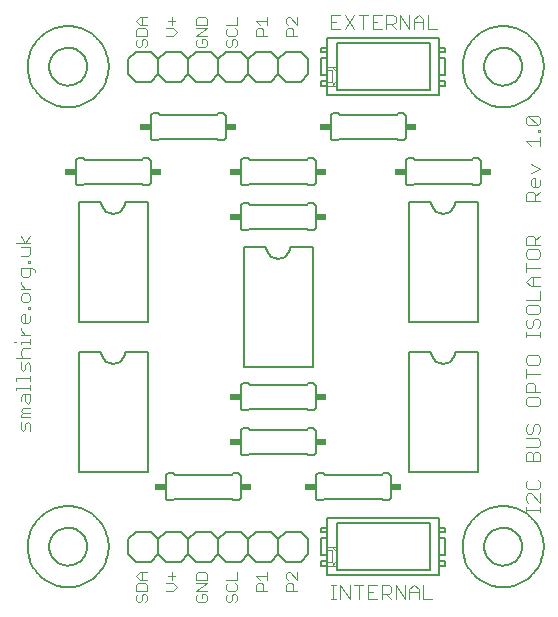
<source format=gto>
G75*
G70*
%OFA0B0*%
%FSLAX24Y24*%
%IPPOS*%
%LPD*%
%AMOC8*
5,1,8,0,0,1.08239X$1,22.5*
%
%ADD10C,0.0030*%
%ADD11C,0.0040*%
%ADD12C,0.0060*%
%ADD13R,0.0340X0.0240*%
%ADD14C,0.0080*%
D10*
X004365Y000484D02*
X004427Y000422D01*
X004489Y000422D01*
X004551Y000484D01*
X004551Y000607D01*
X004612Y000669D01*
X004674Y000669D01*
X004736Y000607D01*
X004736Y000484D01*
X004674Y000422D01*
X004365Y000484D02*
X004365Y000607D01*
X004427Y000669D01*
X004365Y000790D02*
X004365Y000976D01*
X004427Y001037D01*
X004674Y001037D01*
X004736Y000976D01*
X004736Y000790D01*
X004365Y000790D01*
X004489Y001159D02*
X004365Y001282D01*
X004489Y001406D01*
X004736Y001406D01*
X004551Y001406D02*
X004551Y001159D01*
X004489Y001159D02*
X004736Y001159D01*
X005365Y001037D02*
X005612Y001037D01*
X005736Y000914D01*
X005612Y000790D01*
X005365Y000790D01*
X005551Y001159D02*
X005551Y001406D01*
X005674Y001282D02*
X005427Y001282D01*
X006365Y001344D02*
X006365Y001159D01*
X006736Y001159D01*
X006736Y001344D01*
X006674Y001406D01*
X006427Y001406D01*
X006365Y001344D01*
X006365Y001037D02*
X006736Y001037D01*
X006365Y000790D01*
X006736Y000790D01*
X006674Y000669D02*
X006736Y000607D01*
X006736Y000484D01*
X006674Y000422D01*
X006427Y000422D01*
X006365Y000484D01*
X006365Y000607D01*
X006427Y000669D01*
X006551Y000669D02*
X006551Y000546D01*
X006551Y000669D02*
X006674Y000669D01*
X007365Y000607D02*
X007365Y000484D01*
X007427Y000422D01*
X007489Y000422D01*
X007551Y000484D01*
X007551Y000607D01*
X007612Y000669D01*
X007674Y000669D01*
X007736Y000607D01*
X007736Y000484D01*
X007674Y000422D01*
X007674Y000790D02*
X007736Y000852D01*
X007736Y000976D01*
X007674Y001037D01*
X007736Y001159D02*
X007736Y001406D01*
X007736Y001159D02*
X007365Y001159D01*
X007427Y001037D02*
X007365Y000976D01*
X007365Y000852D01*
X007427Y000790D01*
X007674Y000790D01*
X007427Y000669D02*
X007365Y000607D01*
X008365Y000790D02*
X008365Y000976D01*
X008427Y001037D01*
X008551Y001037D01*
X008612Y000976D01*
X008612Y000790D01*
X008736Y000790D02*
X008365Y000790D01*
X008489Y001159D02*
X008365Y001282D01*
X008736Y001282D01*
X008736Y001159D02*
X008736Y001406D01*
X009365Y001344D02*
X009365Y001220D01*
X009427Y001159D01*
X009427Y001037D02*
X009551Y001037D01*
X009612Y000976D01*
X009612Y000790D01*
X009736Y000790D02*
X009365Y000790D01*
X009365Y000976D01*
X009427Y001037D01*
X009365Y001344D02*
X009427Y001406D01*
X009489Y001406D01*
X009736Y001159D01*
X009736Y001406D01*
X007674Y018922D02*
X007736Y018984D01*
X007736Y019107D01*
X007674Y019169D01*
X007612Y019169D01*
X007551Y019107D01*
X007551Y018984D01*
X007489Y018922D01*
X007427Y018922D01*
X007365Y018984D01*
X007365Y019107D01*
X007427Y019169D01*
X007427Y019290D02*
X007674Y019290D01*
X007736Y019352D01*
X007736Y019476D01*
X007674Y019537D01*
X007736Y019659D02*
X007736Y019906D01*
X007736Y019659D02*
X007365Y019659D01*
X007427Y019537D02*
X007365Y019476D01*
X007365Y019352D01*
X007427Y019290D01*
X006736Y019290D02*
X006365Y019290D01*
X006736Y019537D01*
X006365Y019537D01*
X006365Y019659D02*
X006365Y019844D01*
X006427Y019906D01*
X006674Y019906D01*
X006736Y019844D01*
X006736Y019659D01*
X006365Y019659D01*
X006427Y019169D02*
X006365Y019107D01*
X006365Y018984D01*
X006427Y018922D01*
X006674Y018922D01*
X006736Y018984D01*
X006736Y019107D01*
X006674Y019169D01*
X006551Y019169D01*
X006551Y019046D01*
X005736Y019414D02*
X005612Y019290D01*
X005365Y019290D01*
X005365Y019537D02*
X005612Y019537D01*
X005736Y019414D01*
X005551Y019659D02*
X005551Y019906D01*
X005674Y019782D02*
X005427Y019782D01*
X004736Y019659D02*
X004489Y019659D01*
X004365Y019782D01*
X004489Y019906D01*
X004736Y019906D01*
X004551Y019906D02*
X004551Y019659D01*
X004674Y019537D02*
X004427Y019537D01*
X004365Y019476D01*
X004365Y019290D01*
X004736Y019290D01*
X004736Y019476D01*
X004674Y019537D01*
X004674Y019169D02*
X004736Y019107D01*
X004736Y018984D01*
X004674Y018922D01*
X004551Y018984D02*
X004551Y019107D01*
X004612Y019169D01*
X004674Y019169D01*
X004551Y018984D02*
X004489Y018922D01*
X004427Y018922D01*
X004365Y018984D01*
X004365Y019107D01*
X004427Y019169D01*
X008365Y019290D02*
X008365Y019476D01*
X008427Y019537D01*
X008551Y019537D01*
X008612Y019476D01*
X008612Y019290D01*
X008736Y019290D02*
X008365Y019290D01*
X008489Y019659D02*
X008365Y019782D01*
X008736Y019782D01*
X008736Y019659D02*
X008736Y019906D01*
X009365Y019844D02*
X009365Y019720D01*
X009427Y019659D01*
X009427Y019537D02*
X009551Y019537D01*
X009612Y019476D01*
X009612Y019290D01*
X009736Y019290D02*
X009365Y019290D01*
X009365Y019476D01*
X009427Y019537D01*
X009365Y019844D02*
X009427Y019906D01*
X009489Y019906D01*
X009736Y019659D01*
X009736Y019906D01*
D11*
X010871Y019992D02*
X010871Y019532D01*
X011178Y019532D01*
X011331Y019532D02*
X011638Y019992D01*
X011791Y019992D02*
X012098Y019992D01*
X011945Y019992D02*
X011945Y019532D01*
X011638Y019532D02*
X011331Y019992D01*
X011178Y019992D02*
X010871Y019992D01*
X010871Y019762D02*
X011024Y019762D01*
X012252Y019762D02*
X012405Y019762D01*
X012252Y019992D02*
X012252Y019532D01*
X012559Y019532D01*
X012712Y019532D02*
X012712Y019992D01*
X012942Y019992D01*
X013019Y019916D01*
X013019Y019762D01*
X012942Y019685D01*
X012712Y019685D01*
X012866Y019685D02*
X013019Y019532D01*
X013173Y019532D02*
X013173Y019992D01*
X013479Y019532D01*
X013479Y019992D01*
X013633Y019839D02*
X013786Y019992D01*
X013940Y019839D01*
X013940Y019532D01*
X014093Y019532D02*
X014400Y019532D01*
X014093Y019532D02*
X014093Y019992D01*
X013940Y019762D02*
X013633Y019762D01*
X013633Y019839D02*
X013633Y019532D01*
X012559Y019992D02*
X012252Y019992D01*
X011014Y018262D02*
X010896Y018262D01*
X011014Y018144D01*
X010935Y018183D02*
X010896Y018144D01*
X010778Y018144D01*
X010778Y018262D02*
X010896Y018262D01*
X010896Y018144D02*
X010896Y017750D01*
X010778Y017750D01*
X010778Y017632D02*
X010896Y017632D01*
X011014Y017750D01*
X010935Y017711D02*
X010896Y017750D01*
X010896Y017632D02*
X011014Y017632D01*
X017370Y016544D02*
X017370Y016391D01*
X017447Y016314D01*
X017754Y016314D01*
X017447Y016621D01*
X017754Y016621D01*
X017831Y016544D01*
X017831Y016391D01*
X017754Y016314D01*
X017754Y016161D02*
X017831Y016161D01*
X017831Y016084D01*
X017754Y016084D01*
X017754Y016161D01*
X017831Y015930D02*
X017831Y015623D01*
X017831Y015777D02*
X017370Y015777D01*
X017524Y015623D01*
X017524Y015010D02*
X017831Y014856D01*
X017524Y014703D01*
X017601Y014549D02*
X017524Y014473D01*
X017524Y014319D01*
X017601Y014242D01*
X017754Y014242D01*
X017831Y014319D01*
X017831Y014473D01*
X017677Y014549D02*
X017677Y014242D01*
X017601Y014089D02*
X017677Y014012D01*
X017677Y013782D01*
X017677Y013935D02*
X017831Y014089D01*
X017601Y014089D02*
X017447Y014089D01*
X017370Y014012D01*
X017370Y013782D01*
X017831Y013782D01*
X017677Y014549D02*
X017601Y014549D01*
X017601Y012628D02*
X017447Y012628D01*
X017370Y012551D01*
X017370Y012321D01*
X017831Y012321D01*
X017677Y012321D02*
X017677Y012551D01*
X017601Y012628D01*
X017677Y012474D02*
X017831Y012628D01*
X017754Y012167D02*
X017447Y012167D01*
X017370Y012091D01*
X017370Y011937D01*
X017447Y011861D01*
X017754Y011861D01*
X017831Y011937D01*
X017831Y012091D01*
X017754Y012167D01*
X017370Y011707D02*
X017370Y011400D01*
X017370Y011554D02*
X017831Y011554D01*
X017831Y011247D02*
X017524Y011247D01*
X017370Y011093D01*
X017524Y010940D01*
X017831Y010940D01*
X017831Y010786D02*
X017831Y010479D01*
X017370Y010479D01*
X017447Y010326D02*
X017370Y010249D01*
X017370Y010096D01*
X017447Y010019D01*
X017754Y010019D01*
X017831Y010096D01*
X017831Y010249D01*
X017754Y010326D01*
X017447Y010326D01*
X017447Y009866D02*
X017370Y009789D01*
X017370Y009635D01*
X017447Y009559D01*
X017524Y009559D01*
X017601Y009635D01*
X017601Y009789D01*
X017677Y009866D01*
X017754Y009866D01*
X017831Y009789D01*
X017831Y009635D01*
X017754Y009559D01*
X017831Y009405D02*
X017831Y009252D01*
X017831Y009329D02*
X017370Y009329D01*
X017370Y009405D02*
X017370Y009252D01*
X017447Y008638D02*
X017370Y008561D01*
X017370Y008408D01*
X017447Y008331D01*
X017754Y008331D01*
X017831Y008408D01*
X017831Y008561D01*
X017754Y008638D01*
X017447Y008638D01*
X017370Y008178D02*
X017370Y007871D01*
X017370Y008024D02*
X017831Y008024D01*
X017601Y007717D02*
X017447Y007717D01*
X017370Y007641D01*
X017370Y007410D01*
X017831Y007410D01*
X017677Y007410D02*
X017677Y007641D01*
X017601Y007717D01*
X017754Y007257D02*
X017447Y007257D01*
X017370Y007180D01*
X017370Y007027D01*
X017447Y006950D01*
X017754Y006950D01*
X017831Y007027D01*
X017831Y007180D01*
X017754Y007257D01*
X017754Y006336D02*
X017831Y006260D01*
X017831Y006106D01*
X017754Y006029D01*
X017754Y005876D02*
X017370Y005876D01*
X017447Y006029D02*
X017370Y006106D01*
X017370Y006260D01*
X017447Y006336D01*
X017601Y006260D02*
X017677Y006336D01*
X017754Y006336D01*
X017601Y006260D02*
X017601Y006106D01*
X017524Y006029D01*
X017447Y006029D01*
X017754Y005876D02*
X017831Y005799D01*
X017831Y005646D01*
X017754Y005569D01*
X017370Y005569D01*
X017447Y005416D02*
X017370Y005339D01*
X017370Y005109D01*
X017831Y005109D01*
X017831Y005339D01*
X017754Y005416D01*
X017677Y005416D01*
X017601Y005339D01*
X017601Y005109D01*
X017601Y005339D02*
X017524Y005416D01*
X017447Y005416D01*
X017447Y004495D02*
X017370Y004418D01*
X017370Y004265D01*
X017447Y004188D01*
X017754Y004188D01*
X017831Y004265D01*
X017831Y004418D01*
X017754Y004495D01*
X017831Y004035D02*
X017831Y003728D01*
X017524Y004035D01*
X017447Y004035D01*
X017370Y003958D01*
X017370Y003804D01*
X017447Y003728D01*
X017370Y003574D02*
X017370Y003421D01*
X017370Y003497D02*
X017831Y003497D01*
X017831Y003421D02*
X017831Y003574D01*
X014247Y000532D02*
X013940Y000532D01*
X013940Y000992D01*
X013786Y000839D02*
X013786Y000532D01*
X013786Y000762D02*
X013479Y000762D01*
X013479Y000839D02*
X013479Y000532D01*
X013326Y000532D02*
X013326Y000992D01*
X013479Y000839D02*
X013633Y000992D01*
X013786Y000839D01*
X013326Y000532D02*
X013019Y000992D01*
X013019Y000532D01*
X012866Y000532D02*
X012712Y000685D01*
X012789Y000685D02*
X012559Y000685D01*
X012559Y000532D02*
X012559Y000992D01*
X012789Y000992D01*
X012866Y000916D01*
X012866Y000762D01*
X012789Y000685D01*
X012405Y000532D02*
X012098Y000532D01*
X012098Y000992D01*
X012405Y000992D01*
X012252Y000762D02*
X012098Y000762D01*
X011945Y000992D02*
X011638Y000992D01*
X011485Y000992D02*
X011485Y000532D01*
X011178Y000992D01*
X011178Y000532D01*
X011024Y000532D02*
X010871Y000532D01*
X010947Y000532D02*
X010947Y000992D01*
X010871Y000992D02*
X011024Y000992D01*
X011014Y001632D02*
X010896Y001632D01*
X011014Y001750D01*
X010935Y001711D02*
X010896Y001750D01*
X010896Y002144D01*
X010935Y002183D01*
X010896Y002144D02*
X010778Y002144D01*
X010778Y002262D02*
X010896Y002262D01*
X011014Y002144D01*
X011014Y002262D02*
X010896Y002262D01*
X010896Y001750D02*
X010778Y001750D01*
X010778Y001632D02*
X010896Y001632D01*
X011791Y000992D02*
X011791Y000532D01*
X017601Y010940D02*
X017601Y011247D01*
X017370Y016544D02*
X017447Y016621D01*
X000984Y011477D02*
X000984Y011400D01*
X000984Y011477D02*
X000907Y011554D01*
X000524Y011554D01*
X000524Y011324D01*
X000601Y011247D01*
X000754Y011247D01*
X000831Y011324D01*
X000831Y011554D01*
X000831Y011707D02*
X000831Y011784D01*
X000754Y011784D01*
X000754Y011707D01*
X000831Y011707D01*
X000754Y011937D02*
X000831Y012014D01*
X000831Y012244D01*
X000524Y012244D01*
X000677Y012398D02*
X000524Y012628D01*
X000677Y012398D02*
X000831Y012628D01*
X000831Y012398D02*
X000370Y012398D01*
X000524Y011937D02*
X000754Y011937D01*
X000524Y011093D02*
X000524Y011017D01*
X000677Y010863D01*
X000524Y010863D02*
X000831Y010863D01*
X000754Y010710D02*
X000601Y010710D01*
X000524Y010633D01*
X000524Y010480D01*
X000601Y010403D01*
X000754Y010403D01*
X000831Y010480D01*
X000831Y010633D01*
X000754Y010710D01*
X000754Y010249D02*
X000831Y010249D01*
X000831Y010173D01*
X000754Y010173D01*
X000754Y010249D01*
X000677Y010019D02*
X000677Y009712D01*
X000601Y009712D02*
X000524Y009789D01*
X000524Y009943D01*
X000601Y010019D01*
X000677Y010019D01*
X000831Y009943D02*
X000831Y009789D01*
X000754Y009712D01*
X000601Y009712D01*
X000524Y009559D02*
X000524Y009482D01*
X000677Y009329D01*
X000524Y009329D02*
X000831Y009329D01*
X000831Y009175D02*
X000831Y009022D01*
X000831Y009099D02*
X000524Y009099D01*
X000524Y009022D01*
X000601Y008868D02*
X000524Y008792D01*
X000524Y008638D01*
X000601Y008562D01*
X000524Y008408D02*
X000524Y008178D01*
X000601Y008101D01*
X000677Y008178D01*
X000677Y008331D01*
X000754Y008408D01*
X000831Y008331D01*
X000831Y008101D01*
X000831Y007948D02*
X000831Y007794D01*
X000831Y007871D02*
X000370Y007871D01*
X000370Y007794D01*
X000370Y007564D02*
X000831Y007564D01*
X000831Y007487D02*
X000831Y007641D01*
X000831Y007334D02*
X000601Y007334D01*
X000524Y007257D01*
X000524Y007104D01*
X000677Y007104D02*
X000677Y007334D01*
X000831Y007334D02*
X000831Y007104D01*
X000754Y007027D01*
X000677Y007104D01*
X000601Y006874D02*
X000524Y006797D01*
X000601Y006720D01*
X000831Y006720D01*
X000831Y006567D02*
X000524Y006567D01*
X000524Y006643D01*
X000601Y006720D01*
X000601Y006874D02*
X000831Y006874D01*
X000754Y006413D02*
X000677Y006337D01*
X000677Y006183D01*
X000601Y006106D01*
X000524Y006183D01*
X000524Y006413D01*
X000754Y006413D02*
X000831Y006337D01*
X000831Y006106D01*
X000370Y007487D02*
X000370Y007564D01*
X000370Y008562D02*
X000831Y008562D01*
X000831Y008868D02*
X000601Y008868D01*
X000370Y009099D02*
X000294Y009099D01*
D12*
X002451Y008762D02*
X003201Y008762D01*
X003203Y008723D01*
X003209Y008684D01*
X003218Y008646D01*
X003231Y008609D01*
X003248Y008573D01*
X003268Y008540D01*
X003292Y008508D01*
X003318Y008479D01*
X003347Y008453D01*
X003379Y008429D01*
X003412Y008409D01*
X003448Y008392D01*
X003485Y008379D01*
X003523Y008370D01*
X003562Y008364D01*
X003601Y008362D01*
X003640Y008364D01*
X003679Y008370D01*
X003717Y008379D01*
X003754Y008392D01*
X003790Y008409D01*
X003823Y008429D01*
X003855Y008453D01*
X003884Y008479D01*
X003910Y008508D01*
X003934Y008540D01*
X003954Y008573D01*
X003971Y008609D01*
X003984Y008646D01*
X003993Y008684D01*
X003999Y008723D01*
X004001Y008762D01*
X004751Y008762D01*
X004751Y004762D01*
X002451Y004762D01*
X002451Y008762D01*
X002451Y009762D02*
X004751Y009762D01*
X004751Y013762D01*
X004001Y013762D01*
X003999Y013723D01*
X003993Y013684D01*
X003984Y013646D01*
X003971Y013609D01*
X003954Y013573D01*
X003934Y013540D01*
X003910Y013508D01*
X003884Y013479D01*
X003855Y013453D01*
X003823Y013429D01*
X003790Y013409D01*
X003754Y013392D01*
X003717Y013379D01*
X003679Y013370D01*
X003640Y013364D01*
X003601Y013362D01*
X003562Y013364D01*
X003523Y013370D01*
X003485Y013379D01*
X003448Y013392D01*
X003412Y013409D01*
X003379Y013429D01*
X003347Y013453D01*
X003318Y013479D01*
X003292Y013508D01*
X003268Y013540D01*
X003248Y013573D01*
X003231Y013609D01*
X003218Y013646D01*
X003209Y013684D01*
X003203Y013723D01*
X003201Y013762D01*
X002451Y013762D01*
X002451Y009762D01*
X002451Y014312D02*
X002601Y014312D01*
X002651Y014362D01*
X004551Y014362D01*
X004601Y014312D01*
X004751Y014312D01*
X004768Y014314D01*
X004785Y014318D01*
X004801Y014325D01*
X004815Y014335D01*
X004828Y014348D01*
X004838Y014362D01*
X004845Y014378D01*
X004849Y014395D01*
X004851Y014412D01*
X004851Y015112D01*
X004849Y015129D01*
X004845Y015146D01*
X004838Y015162D01*
X004828Y015176D01*
X004815Y015189D01*
X004801Y015199D01*
X004785Y015206D01*
X004768Y015210D01*
X004751Y015212D01*
X004601Y015212D01*
X004551Y015162D01*
X002651Y015162D01*
X002601Y015212D01*
X002451Y015212D01*
X002434Y015210D01*
X002417Y015206D01*
X002401Y015199D01*
X002387Y015189D01*
X002374Y015176D01*
X002364Y015162D01*
X002357Y015146D01*
X002353Y015129D01*
X002351Y015112D01*
X002351Y014412D01*
X002353Y014395D01*
X002357Y014378D01*
X002364Y014362D01*
X002374Y014348D01*
X002387Y014335D01*
X002401Y014325D01*
X002417Y014318D01*
X002434Y014314D01*
X002451Y014312D01*
X004851Y015912D02*
X004851Y016612D01*
X004853Y016629D01*
X004857Y016646D01*
X004864Y016662D01*
X004874Y016676D01*
X004887Y016689D01*
X004901Y016699D01*
X004917Y016706D01*
X004934Y016710D01*
X004951Y016712D01*
X005101Y016712D01*
X005151Y016662D01*
X007051Y016662D01*
X007101Y016712D01*
X007251Y016712D01*
X007268Y016710D01*
X007285Y016706D01*
X007301Y016699D01*
X007315Y016689D01*
X007328Y016676D01*
X007338Y016662D01*
X007345Y016646D01*
X007349Y016629D01*
X007351Y016612D01*
X007351Y015912D01*
X007349Y015895D01*
X007345Y015878D01*
X007338Y015862D01*
X007328Y015848D01*
X007315Y015835D01*
X007301Y015825D01*
X007285Y015818D01*
X007268Y015814D01*
X007251Y015812D01*
X007101Y015812D01*
X007051Y015862D01*
X005151Y015862D01*
X005101Y015812D01*
X004951Y015812D01*
X004934Y015814D01*
X004917Y015818D01*
X004901Y015825D01*
X004887Y015835D01*
X004874Y015848D01*
X004864Y015862D01*
X004857Y015878D01*
X004853Y015895D01*
X004851Y015912D01*
X004851Y017762D02*
X004351Y017762D01*
X004101Y018012D01*
X004101Y018512D01*
X004351Y018762D01*
X004851Y018762D01*
X005101Y018512D01*
X005351Y018762D01*
X005851Y018762D01*
X006101Y018512D01*
X006101Y018012D01*
X005851Y017762D01*
X005351Y017762D01*
X005101Y018012D01*
X004851Y017762D01*
X005101Y018012D02*
X005101Y018512D01*
X006101Y018512D02*
X006351Y018762D01*
X006851Y018762D01*
X007101Y018512D01*
X007351Y018762D01*
X007851Y018762D01*
X008101Y018512D01*
X008351Y018762D01*
X008851Y018762D01*
X009101Y018512D01*
X009351Y018762D01*
X009851Y018762D01*
X010101Y018512D01*
X010101Y018012D01*
X009851Y017762D01*
X009351Y017762D01*
X009101Y018012D01*
X008851Y017762D01*
X008351Y017762D01*
X008101Y018012D01*
X007851Y017762D01*
X007351Y017762D01*
X007101Y018012D01*
X006851Y017762D01*
X006351Y017762D01*
X006101Y018012D01*
X007101Y018012D02*
X007101Y018512D01*
X008101Y018512D02*
X008101Y018012D01*
X009101Y018012D02*
X009101Y018512D01*
X010951Y016712D02*
X011101Y016712D01*
X011151Y016662D01*
X013051Y016662D01*
X013101Y016712D01*
X013251Y016712D01*
X013268Y016710D01*
X013285Y016706D01*
X013301Y016699D01*
X013315Y016689D01*
X013328Y016676D01*
X013338Y016662D01*
X013345Y016646D01*
X013349Y016629D01*
X013351Y016612D01*
X013351Y015912D01*
X013349Y015895D01*
X013345Y015878D01*
X013338Y015862D01*
X013328Y015848D01*
X013315Y015835D01*
X013301Y015825D01*
X013285Y015818D01*
X013268Y015814D01*
X013251Y015812D01*
X013101Y015812D01*
X013051Y015862D01*
X011151Y015862D01*
X011101Y015812D01*
X010951Y015812D01*
X010934Y015814D01*
X010917Y015818D01*
X010901Y015825D01*
X010887Y015835D01*
X010874Y015848D01*
X010864Y015862D01*
X010857Y015878D01*
X010853Y015895D01*
X010851Y015912D01*
X010851Y016612D01*
X010853Y016629D01*
X010857Y016646D01*
X010864Y016662D01*
X010874Y016676D01*
X010887Y016689D01*
X010901Y016699D01*
X010917Y016706D01*
X010934Y016710D01*
X010951Y016712D01*
X010251Y015212D02*
X010101Y015212D01*
X010051Y015162D01*
X008151Y015162D01*
X008101Y015212D01*
X007951Y015212D01*
X007934Y015210D01*
X007917Y015206D01*
X007901Y015199D01*
X007887Y015189D01*
X007874Y015176D01*
X007864Y015162D01*
X007857Y015146D01*
X007853Y015129D01*
X007851Y015112D01*
X007851Y014412D01*
X007853Y014395D01*
X007857Y014378D01*
X007864Y014362D01*
X007874Y014348D01*
X007887Y014335D01*
X007901Y014325D01*
X007917Y014318D01*
X007934Y014314D01*
X007951Y014312D01*
X008101Y014312D01*
X008151Y014362D01*
X010051Y014362D01*
X010101Y014312D01*
X010251Y014312D01*
X010268Y014314D01*
X010285Y014318D01*
X010301Y014325D01*
X010315Y014335D01*
X010328Y014348D01*
X010338Y014362D01*
X010345Y014378D01*
X010349Y014395D01*
X010351Y014412D01*
X010351Y015112D01*
X010349Y015129D01*
X010345Y015146D01*
X010338Y015162D01*
X010328Y015176D01*
X010315Y015189D01*
X010301Y015199D01*
X010285Y015206D01*
X010268Y015210D01*
X010251Y015212D01*
X010251Y013712D02*
X010101Y013712D01*
X010051Y013662D01*
X008151Y013662D01*
X008101Y013712D01*
X007951Y013712D01*
X007934Y013710D01*
X007917Y013706D01*
X007901Y013699D01*
X007887Y013689D01*
X007874Y013676D01*
X007864Y013662D01*
X007857Y013646D01*
X007853Y013629D01*
X007851Y013612D01*
X007851Y012912D01*
X007853Y012895D01*
X007857Y012878D01*
X007864Y012862D01*
X007874Y012848D01*
X007887Y012835D01*
X007901Y012825D01*
X007917Y012818D01*
X007934Y012814D01*
X007951Y012812D01*
X008101Y012812D01*
X008151Y012862D01*
X010051Y012862D01*
X010101Y012812D01*
X010251Y012812D01*
X010268Y012814D01*
X010285Y012818D01*
X010301Y012825D01*
X010315Y012835D01*
X010328Y012848D01*
X010338Y012862D01*
X010345Y012878D01*
X010349Y012895D01*
X010351Y012912D01*
X010351Y013612D01*
X010349Y013629D01*
X010345Y013646D01*
X010338Y013662D01*
X010328Y013676D01*
X010315Y013689D01*
X010301Y013699D01*
X010285Y013706D01*
X010268Y013710D01*
X010251Y013712D01*
X010251Y012262D02*
X009501Y012262D01*
X009499Y012223D01*
X009493Y012184D01*
X009484Y012146D01*
X009471Y012109D01*
X009454Y012073D01*
X009434Y012040D01*
X009410Y012008D01*
X009384Y011979D01*
X009355Y011953D01*
X009323Y011929D01*
X009290Y011909D01*
X009254Y011892D01*
X009217Y011879D01*
X009179Y011870D01*
X009140Y011864D01*
X009101Y011862D01*
X009062Y011864D01*
X009023Y011870D01*
X008985Y011879D01*
X008948Y011892D01*
X008912Y011909D01*
X008879Y011929D01*
X008847Y011953D01*
X008818Y011979D01*
X008792Y012008D01*
X008768Y012040D01*
X008748Y012073D01*
X008731Y012109D01*
X008718Y012146D01*
X008709Y012184D01*
X008703Y012223D01*
X008701Y012262D01*
X007951Y012262D01*
X007951Y008262D01*
X010251Y008262D01*
X010251Y012262D01*
X013451Y013762D02*
X013451Y009762D01*
X015751Y009762D01*
X015751Y013762D01*
X015001Y013762D01*
X014999Y013723D01*
X014993Y013684D01*
X014984Y013646D01*
X014971Y013609D01*
X014954Y013573D01*
X014934Y013540D01*
X014910Y013508D01*
X014884Y013479D01*
X014855Y013453D01*
X014823Y013429D01*
X014790Y013409D01*
X014754Y013392D01*
X014717Y013379D01*
X014679Y013370D01*
X014640Y013364D01*
X014601Y013362D01*
X014562Y013364D01*
X014523Y013370D01*
X014485Y013379D01*
X014448Y013392D01*
X014412Y013409D01*
X014379Y013429D01*
X014347Y013453D01*
X014318Y013479D01*
X014292Y013508D01*
X014268Y013540D01*
X014248Y013573D01*
X014231Y013609D01*
X014218Y013646D01*
X014209Y013684D01*
X014203Y013723D01*
X014201Y013762D01*
X013451Y013762D01*
X013451Y014312D02*
X013601Y014312D01*
X013651Y014362D01*
X015551Y014362D01*
X015601Y014312D01*
X015751Y014312D01*
X015768Y014314D01*
X015785Y014318D01*
X015801Y014325D01*
X015815Y014335D01*
X015828Y014348D01*
X015838Y014362D01*
X015845Y014378D01*
X015849Y014395D01*
X015851Y014412D01*
X015851Y015112D01*
X015849Y015129D01*
X015845Y015146D01*
X015838Y015162D01*
X015828Y015176D01*
X015815Y015189D01*
X015801Y015199D01*
X015785Y015206D01*
X015768Y015210D01*
X015751Y015212D01*
X015601Y015212D01*
X015551Y015162D01*
X013651Y015162D01*
X013601Y015212D01*
X013451Y015212D01*
X013434Y015210D01*
X013417Y015206D01*
X013401Y015199D01*
X013387Y015189D01*
X013374Y015176D01*
X013364Y015162D01*
X013357Y015146D01*
X013353Y015129D01*
X013351Y015112D01*
X013351Y014412D01*
X013353Y014395D01*
X013357Y014378D01*
X013364Y014362D01*
X013374Y014348D01*
X013387Y014335D01*
X013401Y014325D01*
X013417Y014318D01*
X013434Y014314D01*
X013451Y014312D01*
X015251Y018262D02*
X015253Y018335D01*
X015259Y018408D01*
X015269Y018480D01*
X015283Y018552D01*
X015300Y018623D01*
X015322Y018693D01*
X015347Y018762D01*
X015376Y018829D01*
X015408Y018894D01*
X015444Y018958D01*
X015484Y019020D01*
X015526Y019079D01*
X015572Y019136D01*
X015621Y019190D01*
X015673Y019242D01*
X015727Y019291D01*
X015784Y019337D01*
X015843Y019379D01*
X015905Y019419D01*
X015969Y019455D01*
X016034Y019487D01*
X016101Y019516D01*
X016170Y019541D01*
X016240Y019563D01*
X016311Y019580D01*
X016383Y019594D01*
X016455Y019604D01*
X016528Y019610D01*
X016601Y019612D01*
X016674Y019610D01*
X016747Y019604D01*
X016819Y019594D01*
X016891Y019580D01*
X016962Y019563D01*
X017032Y019541D01*
X017101Y019516D01*
X017168Y019487D01*
X017233Y019455D01*
X017297Y019419D01*
X017359Y019379D01*
X017418Y019337D01*
X017475Y019291D01*
X017529Y019242D01*
X017581Y019190D01*
X017630Y019136D01*
X017676Y019079D01*
X017718Y019020D01*
X017758Y018958D01*
X017794Y018894D01*
X017826Y018829D01*
X017855Y018762D01*
X017880Y018693D01*
X017902Y018623D01*
X017919Y018552D01*
X017933Y018480D01*
X017943Y018408D01*
X017949Y018335D01*
X017951Y018262D01*
X017949Y018189D01*
X017943Y018116D01*
X017933Y018044D01*
X017919Y017972D01*
X017902Y017901D01*
X017880Y017831D01*
X017855Y017762D01*
X017826Y017695D01*
X017794Y017630D01*
X017758Y017566D01*
X017718Y017504D01*
X017676Y017445D01*
X017630Y017388D01*
X017581Y017334D01*
X017529Y017282D01*
X017475Y017233D01*
X017418Y017187D01*
X017359Y017145D01*
X017297Y017105D01*
X017233Y017069D01*
X017168Y017037D01*
X017101Y017008D01*
X017032Y016983D01*
X016962Y016961D01*
X016891Y016944D01*
X016819Y016930D01*
X016747Y016920D01*
X016674Y016914D01*
X016601Y016912D01*
X016528Y016914D01*
X016455Y016920D01*
X016383Y016930D01*
X016311Y016944D01*
X016240Y016961D01*
X016170Y016983D01*
X016101Y017008D01*
X016034Y017037D01*
X015969Y017069D01*
X015905Y017105D01*
X015843Y017145D01*
X015784Y017187D01*
X015727Y017233D01*
X015673Y017282D01*
X015621Y017334D01*
X015572Y017388D01*
X015526Y017445D01*
X015484Y017504D01*
X015444Y017566D01*
X015408Y017630D01*
X015376Y017695D01*
X015347Y017762D01*
X015322Y017831D01*
X015300Y017901D01*
X015283Y017972D01*
X015269Y018044D01*
X015259Y018116D01*
X015253Y018189D01*
X015251Y018262D01*
X015001Y008762D02*
X015751Y008762D01*
X015751Y004762D01*
X013451Y004762D01*
X013451Y008762D01*
X014201Y008762D01*
X014203Y008723D01*
X014209Y008684D01*
X014218Y008646D01*
X014231Y008609D01*
X014248Y008573D01*
X014268Y008540D01*
X014292Y008508D01*
X014318Y008479D01*
X014347Y008453D01*
X014379Y008429D01*
X014412Y008409D01*
X014448Y008392D01*
X014485Y008379D01*
X014523Y008370D01*
X014562Y008364D01*
X014601Y008362D01*
X014640Y008364D01*
X014679Y008370D01*
X014717Y008379D01*
X014754Y008392D01*
X014790Y008409D01*
X014823Y008429D01*
X014855Y008453D01*
X014884Y008479D01*
X014910Y008508D01*
X014934Y008540D01*
X014954Y008573D01*
X014971Y008609D01*
X014984Y008646D01*
X014993Y008684D01*
X014999Y008723D01*
X015001Y008762D01*
X012751Y004712D02*
X012601Y004712D01*
X012551Y004662D01*
X010651Y004662D01*
X010601Y004712D01*
X010451Y004712D01*
X010434Y004710D01*
X010417Y004706D01*
X010401Y004699D01*
X010387Y004689D01*
X010374Y004676D01*
X010364Y004662D01*
X010357Y004646D01*
X010353Y004629D01*
X010351Y004612D01*
X010351Y003912D01*
X010353Y003895D01*
X010357Y003878D01*
X010364Y003862D01*
X010374Y003848D01*
X010387Y003835D01*
X010401Y003825D01*
X010417Y003818D01*
X010434Y003814D01*
X010451Y003812D01*
X010601Y003812D01*
X010651Y003862D01*
X012551Y003862D01*
X012601Y003812D01*
X012751Y003812D01*
X012768Y003814D01*
X012785Y003818D01*
X012801Y003825D01*
X012815Y003835D01*
X012828Y003848D01*
X012838Y003862D01*
X012845Y003878D01*
X012849Y003895D01*
X012851Y003912D01*
X012851Y004612D01*
X012849Y004629D01*
X012845Y004646D01*
X012838Y004662D01*
X012828Y004676D01*
X012815Y004689D01*
X012801Y004699D01*
X012785Y004706D01*
X012768Y004710D01*
X012751Y004712D01*
X010351Y005412D02*
X010351Y006112D01*
X010349Y006129D01*
X010345Y006146D01*
X010338Y006162D01*
X010328Y006176D01*
X010315Y006189D01*
X010301Y006199D01*
X010285Y006206D01*
X010268Y006210D01*
X010251Y006212D01*
X010101Y006212D01*
X010051Y006162D01*
X008151Y006162D01*
X008101Y006212D01*
X007951Y006212D01*
X007934Y006210D01*
X007917Y006206D01*
X007901Y006199D01*
X007887Y006189D01*
X007874Y006176D01*
X007864Y006162D01*
X007857Y006146D01*
X007853Y006129D01*
X007851Y006112D01*
X007851Y005412D01*
X007853Y005395D01*
X007857Y005378D01*
X007864Y005362D01*
X007874Y005348D01*
X007887Y005335D01*
X007901Y005325D01*
X007917Y005318D01*
X007934Y005314D01*
X007951Y005312D01*
X008101Y005312D01*
X008151Y005362D01*
X010051Y005362D01*
X010101Y005312D01*
X010251Y005312D01*
X010268Y005314D01*
X010285Y005318D01*
X010301Y005325D01*
X010315Y005335D01*
X010328Y005348D01*
X010338Y005362D01*
X010345Y005378D01*
X010349Y005395D01*
X010351Y005412D01*
X010251Y006812D02*
X010101Y006812D01*
X010051Y006862D01*
X008151Y006862D01*
X008101Y006812D01*
X007951Y006812D01*
X007934Y006814D01*
X007917Y006818D01*
X007901Y006825D01*
X007887Y006835D01*
X007874Y006848D01*
X007864Y006862D01*
X007857Y006878D01*
X007853Y006895D01*
X007851Y006912D01*
X007851Y007612D01*
X007853Y007629D01*
X007857Y007646D01*
X007864Y007662D01*
X007874Y007676D01*
X007887Y007689D01*
X007901Y007699D01*
X007917Y007706D01*
X007934Y007710D01*
X007951Y007712D01*
X008101Y007712D01*
X008151Y007662D01*
X010051Y007662D01*
X010101Y007712D01*
X010251Y007712D01*
X010268Y007710D01*
X010285Y007706D01*
X010301Y007699D01*
X010315Y007689D01*
X010328Y007676D01*
X010338Y007662D01*
X010345Y007646D01*
X010349Y007629D01*
X010351Y007612D01*
X010351Y006912D01*
X010349Y006895D01*
X010345Y006878D01*
X010338Y006862D01*
X010328Y006848D01*
X010315Y006835D01*
X010301Y006825D01*
X010285Y006818D01*
X010268Y006814D01*
X010251Y006812D01*
X007851Y004612D02*
X007851Y003912D01*
X007849Y003895D01*
X007845Y003878D01*
X007838Y003862D01*
X007828Y003848D01*
X007815Y003835D01*
X007801Y003825D01*
X007785Y003818D01*
X007768Y003814D01*
X007751Y003812D01*
X007601Y003812D01*
X007551Y003862D01*
X005651Y003862D01*
X005601Y003812D01*
X005451Y003812D01*
X005434Y003814D01*
X005417Y003818D01*
X005401Y003825D01*
X005387Y003835D01*
X005374Y003848D01*
X005364Y003862D01*
X005357Y003878D01*
X005353Y003895D01*
X005351Y003912D01*
X005351Y004612D01*
X005353Y004629D01*
X005357Y004646D01*
X005364Y004662D01*
X005374Y004676D01*
X005387Y004689D01*
X005401Y004699D01*
X005417Y004706D01*
X005434Y004710D01*
X005451Y004712D01*
X005601Y004712D01*
X005651Y004662D01*
X007551Y004662D01*
X007601Y004712D01*
X007751Y004712D01*
X007768Y004710D01*
X007785Y004706D01*
X007801Y004699D01*
X007815Y004689D01*
X007828Y004676D01*
X007838Y004662D01*
X007845Y004646D01*
X007849Y004629D01*
X007851Y004612D01*
X007851Y002762D02*
X007351Y002762D01*
X007101Y002512D01*
X007101Y002012D01*
X007351Y001762D01*
X007851Y001762D01*
X008101Y002012D01*
X008351Y001762D01*
X008851Y001762D01*
X009101Y002012D01*
X009351Y001762D01*
X009851Y001762D01*
X010101Y002012D01*
X010101Y002512D01*
X009851Y002762D01*
X009351Y002762D01*
X009101Y002512D01*
X009101Y002012D01*
X009101Y002512D02*
X008851Y002762D01*
X008351Y002762D01*
X008101Y002512D01*
X008101Y002012D01*
X008101Y002512D02*
X007851Y002762D01*
X007101Y002512D02*
X006851Y002762D01*
X006351Y002762D01*
X006101Y002512D01*
X006101Y002012D01*
X005851Y001762D01*
X005351Y001762D01*
X005101Y002012D01*
X004851Y001762D01*
X004351Y001762D01*
X004101Y002012D01*
X004101Y002512D01*
X004351Y002762D01*
X004851Y002762D01*
X005101Y002512D01*
X005351Y002762D01*
X005851Y002762D01*
X006101Y002512D01*
X006101Y002012D02*
X006351Y001762D01*
X006851Y001762D01*
X007101Y002012D01*
X005101Y002012D02*
X005101Y002512D01*
X000751Y002262D02*
X000753Y002335D01*
X000759Y002408D01*
X000769Y002480D01*
X000783Y002552D01*
X000800Y002623D01*
X000822Y002693D01*
X000847Y002762D01*
X000876Y002829D01*
X000908Y002894D01*
X000944Y002958D01*
X000984Y003020D01*
X001026Y003079D01*
X001072Y003136D01*
X001121Y003190D01*
X001173Y003242D01*
X001227Y003291D01*
X001284Y003337D01*
X001343Y003379D01*
X001405Y003419D01*
X001469Y003455D01*
X001534Y003487D01*
X001601Y003516D01*
X001670Y003541D01*
X001740Y003563D01*
X001811Y003580D01*
X001883Y003594D01*
X001955Y003604D01*
X002028Y003610D01*
X002101Y003612D01*
X002174Y003610D01*
X002247Y003604D01*
X002319Y003594D01*
X002391Y003580D01*
X002462Y003563D01*
X002532Y003541D01*
X002601Y003516D01*
X002668Y003487D01*
X002733Y003455D01*
X002797Y003419D01*
X002859Y003379D01*
X002918Y003337D01*
X002975Y003291D01*
X003029Y003242D01*
X003081Y003190D01*
X003130Y003136D01*
X003176Y003079D01*
X003218Y003020D01*
X003258Y002958D01*
X003294Y002894D01*
X003326Y002829D01*
X003355Y002762D01*
X003380Y002693D01*
X003402Y002623D01*
X003419Y002552D01*
X003433Y002480D01*
X003443Y002408D01*
X003449Y002335D01*
X003451Y002262D01*
X003449Y002189D01*
X003443Y002116D01*
X003433Y002044D01*
X003419Y001972D01*
X003402Y001901D01*
X003380Y001831D01*
X003355Y001762D01*
X003326Y001695D01*
X003294Y001630D01*
X003258Y001566D01*
X003218Y001504D01*
X003176Y001445D01*
X003130Y001388D01*
X003081Y001334D01*
X003029Y001282D01*
X002975Y001233D01*
X002918Y001187D01*
X002859Y001145D01*
X002797Y001105D01*
X002733Y001069D01*
X002668Y001037D01*
X002601Y001008D01*
X002532Y000983D01*
X002462Y000961D01*
X002391Y000944D01*
X002319Y000930D01*
X002247Y000920D01*
X002174Y000914D01*
X002101Y000912D01*
X002028Y000914D01*
X001955Y000920D01*
X001883Y000930D01*
X001811Y000944D01*
X001740Y000961D01*
X001670Y000983D01*
X001601Y001008D01*
X001534Y001037D01*
X001469Y001069D01*
X001405Y001105D01*
X001343Y001145D01*
X001284Y001187D01*
X001227Y001233D01*
X001173Y001282D01*
X001121Y001334D01*
X001072Y001388D01*
X001026Y001445D01*
X000984Y001504D01*
X000944Y001566D01*
X000908Y001630D01*
X000876Y001695D01*
X000847Y001762D01*
X000822Y001831D01*
X000800Y001901D01*
X000783Y001972D01*
X000769Y002044D01*
X000759Y002116D01*
X000753Y002189D01*
X000751Y002262D01*
X000751Y018262D02*
X000753Y018335D01*
X000759Y018408D01*
X000769Y018480D01*
X000783Y018552D01*
X000800Y018623D01*
X000822Y018693D01*
X000847Y018762D01*
X000876Y018829D01*
X000908Y018894D01*
X000944Y018958D01*
X000984Y019020D01*
X001026Y019079D01*
X001072Y019136D01*
X001121Y019190D01*
X001173Y019242D01*
X001227Y019291D01*
X001284Y019337D01*
X001343Y019379D01*
X001405Y019419D01*
X001469Y019455D01*
X001534Y019487D01*
X001601Y019516D01*
X001670Y019541D01*
X001740Y019563D01*
X001811Y019580D01*
X001883Y019594D01*
X001955Y019604D01*
X002028Y019610D01*
X002101Y019612D01*
X002174Y019610D01*
X002247Y019604D01*
X002319Y019594D01*
X002391Y019580D01*
X002462Y019563D01*
X002532Y019541D01*
X002601Y019516D01*
X002668Y019487D01*
X002733Y019455D01*
X002797Y019419D01*
X002859Y019379D01*
X002918Y019337D01*
X002975Y019291D01*
X003029Y019242D01*
X003081Y019190D01*
X003130Y019136D01*
X003176Y019079D01*
X003218Y019020D01*
X003258Y018958D01*
X003294Y018894D01*
X003326Y018829D01*
X003355Y018762D01*
X003380Y018693D01*
X003402Y018623D01*
X003419Y018552D01*
X003433Y018480D01*
X003443Y018408D01*
X003449Y018335D01*
X003451Y018262D01*
X003449Y018189D01*
X003443Y018116D01*
X003433Y018044D01*
X003419Y017972D01*
X003402Y017901D01*
X003380Y017831D01*
X003355Y017762D01*
X003326Y017695D01*
X003294Y017630D01*
X003258Y017566D01*
X003218Y017504D01*
X003176Y017445D01*
X003130Y017388D01*
X003081Y017334D01*
X003029Y017282D01*
X002975Y017233D01*
X002918Y017187D01*
X002859Y017145D01*
X002797Y017105D01*
X002733Y017069D01*
X002668Y017037D01*
X002601Y017008D01*
X002532Y016983D01*
X002462Y016961D01*
X002391Y016944D01*
X002319Y016930D01*
X002247Y016920D01*
X002174Y016914D01*
X002101Y016912D01*
X002028Y016914D01*
X001955Y016920D01*
X001883Y016930D01*
X001811Y016944D01*
X001740Y016961D01*
X001670Y016983D01*
X001601Y017008D01*
X001534Y017037D01*
X001469Y017069D01*
X001405Y017105D01*
X001343Y017145D01*
X001284Y017187D01*
X001227Y017233D01*
X001173Y017282D01*
X001121Y017334D01*
X001072Y017388D01*
X001026Y017445D01*
X000984Y017504D01*
X000944Y017566D01*
X000908Y017630D01*
X000876Y017695D01*
X000847Y017762D01*
X000822Y017831D01*
X000800Y017901D01*
X000783Y017972D01*
X000769Y018044D01*
X000759Y018116D01*
X000753Y018189D01*
X000751Y018262D01*
X015251Y002262D02*
X015253Y002335D01*
X015259Y002408D01*
X015269Y002480D01*
X015283Y002552D01*
X015300Y002623D01*
X015322Y002693D01*
X015347Y002762D01*
X015376Y002829D01*
X015408Y002894D01*
X015444Y002958D01*
X015484Y003020D01*
X015526Y003079D01*
X015572Y003136D01*
X015621Y003190D01*
X015673Y003242D01*
X015727Y003291D01*
X015784Y003337D01*
X015843Y003379D01*
X015905Y003419D01*
X015969Y003455D01*
X016034Y003487D01*
X016101Y003516D01*
X016170Y003541D01*
X016240Y003563D01*
X016311Y003580D01*
X016383Y003594D01*
X016455Y003604D01*
X016528Y003610D01*
X016601Y003612D01*
X016674Y003610D01*
X016747Y003604D01*
X016819Y003594D01*
X016891Y003580D01*
X016962Y003563D01*
X017032Y003541D01*
X017101Y003516D01*
X017168Y003487D01*
X017233Y003455D01*
X017297Y003419D01*
X017359Y003379D01*
X017418Y003337D01*
X017475Y003291D01*
X017529Y003242D01*
X017581Y003190D01*
X017630Y003136D01*
X017676Y003079D01*
X017718Y003020D01*
X017758Y002958D01*
X017794Y002894D01*
X017826Y002829D01*
X017855Y002762D01*
X017880Y002693D01*
X017902Y002623D01*
X017919Y002552D01*
X017933Y002480D01*
X017943Y002408D01*
X017949Y002335D01*
X017951Y002262D01*
X017949Y002189D01*
X017943Y002116D01*
X017933Y002044D01*
X017919Y001972D01*
X017902Y001901D01*
X017880Y001831D01*
X017855Y001762D01*
X017826Y001695D01*
X017794Y001630D01*
X017758Y001566D01*
X017718Y001504D01*
X017676Y001445D01*
X017630Y001388D01*
X017581Y001334D01*
X017529Y001282D01*
X017475Y001233D01*
X017418Y001187D01*
X017359Y001145D01*
X017297Y001105D01*
X017233Y001069D01*
X017168Y001037D01*
X017101Y001008D01*
X017032Y000983D01*
X016962Y000961D01*
X016891Y000944D01*
X016819Y000930D01*
X016747Y000920D01*
X016674Y000914D01*
X016601Y000912D01*
X016528Y000914D01*
X016455Y000920D01*
X016383Y000930D01*
X016311Y000944D01*
X016240Y000961D01*
X016170Y000983D01*
X016101Y001008D01*
X016034Y001037D01*
X015969Y001069D01*
X015905Y001105D01*
X015843Y001145D01*
X015784Y001187D01*
X015727Y001233D01*
X015673Y001282D01*
X015621Y001334D01*
X015572Y001388D01*
X015526Y001445D01*
X015484Y001504D01*
X015444Y001566D01*
X015408Y001630D01*
X015376Y001695D01*
X015347Y001762D01*
X015322Y001831D01*
X015300Y001901D01*
X015283Y001972D01*
X015269Y002044D01*
X015259Y002116D01*
X015253Y002189D01*
X015251Y002262D01*
D13*
X013021Y004262D03*
X010521Y005762D03*
X010521Y007262D03*
X007681Y007262D03*
X007681Y005762D03*
X008021Y004262D03*
X010181Y004262D03*
X005181Y004262D03*
X007681Y013262D03*
X007681Y014762D03*
X007521Y016262D03*
X005021Y014762D03*
X004681Y016262D03*
X002181Y014762D03*
X010521Y014762D03*
X010521Y013262D03*
X010681Y016262D03*
X013181Y014762D03*
X013521Y016262D03*
X016021Y014762D03*
D14*
X001471Y002262D02*
X001473Y002312D01*
X001479Y002362D01*
X001489Y002411D01*
X001503Y002459D01*
X001520Y002506D01*
X001541Y002551D01*
X001566Y002595D01*
X001594Y002636D01*
X001626Y002675D01*
X001660Y002712D01*
X001697Y002746D01*
X001737Y002776D01*
X001779Y002803D01*
X001823Y002827D01*
X001869Y002848D01*
X001916Y002864D01*
X001964Y002877D01*
X002014Y002886D01*
X002063Y002891D01*
X002114Y002892D01*
X002164Y002889D01*
X002213Y002882D01*
X002262Y002871D01*
X002310Y002856D01*
X002356Y002838D01*
X002401Y002816D01*
X002444Y002790D01*
X002485Y002761D01*
X002524Y002729D01*
X002560Y002694D01*
X002592Y002656D01*
X002622Y002616D01*
X002649Y002573D01*
X002672Y002529D01*
X002691Y002483D01*
X002707Y002435D01*
X002719Y002386D01*
X002727Y002337D01*
X002731Y002287D01*
X002731Y002237D01*
X002727Y002187D01*
X002719Y002138D01*
X002707Y002089D01*
X002691Y002041D01*
X002672Y001995D01*
X002649Y001951D01*
X002622Y001908D01*
X002592Y001868D01*
X002560Y001830D01*
X002524Y001795D01*
X002485Y001763D01*
X002444Y001734D01*
X002401Y001708D01*
X002356Y001686D01*
X002310Y001668D01*
X002262Y001653D01*
X002213Y001642D01*
X002164Y001635D01*
X002114Y001632D01*
X002063Y001633D01*
X002014Y001638D01*
X001964Y001647D01*
X001916Y001660D01*
X001869Y001676D01*
X001823Y001697D01*
X001779Y001721D01*
X001737Y001748D01*
X001697Y001778D01*
X001660Y001812D01*
X001626Y001849D01*
X001594Y001888D01*
X001566Y001929D01*
X001541Y001973D01*
X001520Y002018D01*
X001503Y002065D01*
X001489Y002113D01*
X001479Y002162D01*
X001473Y002212D01*
X001471Y002262D01*
X010542Y001986D02*
X010699Y001986D01*
X010542Y001986D02*
X010542Y002538D01*
X010699Y002538D01*
X010699Y002734D02*
X010542Y002734D01*
X010542Y002892D01*
X010699Y002892D01*
X010739Y003207D02*
X014463Y003207D01*
X014463Y001317D01*
X010739Y001317D01*
X010739Y003207D01*
X011054Y003049D02*
X014148Y003049D01*
X014148Y001475D01*
X011054Y001475D01*
X011054Y003049D01*
X010699Y001790D02*
X010542Y001790D01*
X010542Y001632D01*
X010699Y001632D01*
X014502Y001632D02*
X014660Y001632D01*
X014660Y001790D01*
X014502Y001790D01*
X014502Y001986D02*
X014660Y001986D01*
X014660Y002538D01*
X014502Y002538D01*
X014502Y002734D02*
X014660Y002734D01*
X014660Y002892D01*
X014502Y002892D01*
X015971Y002262D02*
X015973Y002312D01*
X015979Y002362D01*
X015989Y002411D01*
X016003Y002459D01*
X016020Y002506D01*
X016041Y002551D01*
X016066Y002595D01*
X016094Y002636D01*
X016126Y002675D01*
X016160Y002712D01*
X016197Y002746D01*
X016237Y002776D01*
X016279Y002803D01*
X016323Y002827D01*
X016369Y002848D01*
X016416Y002864D01*
X016464Y002877D01*
X016514Y002886D01*
X016563Y002891D01*
X016614Y002892D01*
X016664Y002889D01*
X016713Y002882D01*
X016762Y002871D01*
X016810Y002856D01*
X016856Y002838D01*
X016901Y002816D01*
X016944Y002790D01*
X016985Y002761D01*
X017024Y002729D01*
X017060Y002694D01*
X017092Y002656D01*
X017122Y002616D01*
X017149Y002573D01*
X017172Y002529D01*
X017191Y002483D01*
X017207Y002435D01*
X017219Y002386D01*
X017227Y002337D01*
X017231Y002287D01*
X017231Y002237D01*
X017227Y002187D01*
X017219Y002138D01*
X017207Y002089D01*
X017191Y002041D01*
X017172Y001995D01*
X017149Y001951D01*
X017122Y001908D01*
X017092Y001868D01*
X017060Y001830D01*
X017024Y001795D01*
X016985Y001763D01*
X016944Y001734D01*
X016901Y001708D01*
X016856Y001686D01*
X016810Y001668D01*
X016762Y001653D01*
X016713Y001642D01*
X016664Y001635D01*
X016614Y001632D01*
X016563Y001633D01*
X016514Y001638D01*
X016464Y001647D01*
X016416Y001660D01*
X016369Y001676D01*
X016323Y001697D01*
X016279Y001721D01*
X016237Y001748D01*
X016197Y001778D01*
X016160Y001812D01*
X016126Y001849D01*
X016094Y001888D01*
X016066Y001929D01*
X016041Y001973D01*
X016020Y002018D01*
X016003Y002065D01*
X015989Y002113D01*
X015979Y002162D01*
X015973Y002212D01*
X015971Y002262D01*
X014463Y017317D02*
X010739Y017317D01*
X010739Y019207D01*
X014463Y019207D01*
X014463Y017317D01*
X014502Y017632D02*
X014660Y017632D01*
X014660Y017790D01*
X014502Y017790D01*
X014502Y017986D02*
X014660Y017986D01*
X014660Y018538D01*
X014502Y018538D01*
X014502Y018734D02*
X014660Y018734D01*
X014660Y018892D01*
X014502Y018892D01*
X014148Y019049D02*
X011054Y019049D01*
X011054Y017475D01*
X014148Y017475D01*
X014148Y019049D01*
X015971Y018262D02*
X015973Y018312D01*
X015979Y018362D01*
X015989Y018411D01*
X016003Y018459D01*
X016020Y018506D01*
X016041Y018551D01*
X016066Y018595D01*
X016094Y018636D01*
X016126Y018675D01*
X016160Y018712D01*
X016197Y018746D01*
X016237Y018776D01*
X016279Y018803D01*
X016323Y018827D01*
X016369Y018848D01*
X016416Y018864D01*
X016464Y018877D01*
X016514Y018886D01*
X016563Y018891D01*
X016614Y018892D01*
X016664Y018889D01*
X016713Y018882D01*
X016762Y018871D01*
X016810Y018856D01*
X016856Y018838D01*
X016901Y018816D01*
X016944Y018790D01*
X016985Y018761D01*
X017024Y018729D01*
X017060Y018694D01*
X017092Y018656D01*
X017122Y018616D01*
X017149Y018573D01*
X017172Y018529D01*
X017191Y018483D01*
X017207Y018435D01*
X017219Y018386D01*
X017227Y018337D01*
X017231Y018287D01*
X017231Y018237D01*
X017227Y018187D01*
X017219Y018138D01*
X017207Y018089D01*
X017191Y018041D01*
X017172Y017995D01*
X017149Y017951D01*
X017122Y017908D01*
X017092Y017868D01*
X017060Y017830D01*
X017024Y017795D01*
X016985Y017763D01*
X016944Y017734D01*
X016901Y017708D01*
X016856Y017686D01*
X016810Y017668D01*
X016762Y017653D01*
X016713Y017642D01*
X016664Y017635D01*
X016614Y017632D01*
X016563Y017633D01*
X016514Y017638D01*
X016464Y017647D01*
X016416Y017660D01*
X016369Y017676D01*
X016323Y017697D01*
X016279Y017721D01*
X016237Y017748D01*
X016197Y017778D01*
X016160Y017812D01*
X016126Y017849D01*
X016094Y017888D01*
X016066Y017929D01*
X016041Y017973D01*
X016020Y018018D01*
X016003Y018065D01*
X015989Y018113D01*
X015979Y018162D01*
X015973Y018212D01*
X015971Y018262D01*
X010699Y017986D02*
X010542Y017986D01*
X010542Y018538D01*
X010699Y018538D01*
X010699Y018734D02*
X010542Y018734D01*
X010542Y018892D01*
X010699Y018892D01*
X010699Y017790D02*
X010542Y017790D01*
X010542Y017632D01*
X010699Y017632D01*
X001471Y018262D02*
X001473Y018312D01*
X001479Y018362D01*
X001489Y018411D01*
X001503Y018459D01*
X001520Y018506D01*
X001541Y018551D01*
X001566Y018595D01*
X001594Y018636D01*
X001626Y018675D01*
X001660Y018712D01*
X001697Y018746D01*
X001737Y018776D01*
X001779Y018803D01*
X001823Y018827D01*
X001869Y018848D01*
X001916Y018864D01*
X001964Y018877D01*
X002014Y018886D01*
X002063Y018891D01*
X002114Y018892D01*
X002164Y018889D01*
X002213Y018882D01*
X002262Y018871D01*
X002310Y018856D01*
X002356Y018838D01*
X002401Y018816D01*
X002444Y018790D01*
X002485Y018761D01*
X002524Y018729D01*
X002560Y018694D01*
X002592Y018656D01*
X002622Y018616D01*
X002649Y018573D01*
X002672Y018529D01*
X002691Y018483D01*
X002707Y018435D01*
X002719Y018386D01*
X002727Y018337D01*
X002731Y018287D01*
X002731Y018237D01*
X002727Y018187D01*
X002719Y018138D01*
X002707Y018089D01*
X002691Y018041D01*
X002672Y017995D01*
X002649Y017951D01*
X002622Y017908D01*
X002592Y017868D01*
X002560Y017830D01*
X002524Y017795D01*
X002485Y017763D01*
X002444Y017734D01*
X002401Y017708D01*
X002356Y017686D01*
X002310Y017668D01*
X002262Y017653D01*
X002213Y017642D01*
X002164Y017635D01*
X002114Y017632D01*
X002063Y017633D01*
X002014Y017638D01*
X001964Y017647D01*
X001916Y017660D01*
X001869Y017676D01*
X001823Y017697D01*
X001779Y017721D01*
X001737Y017748D01*
X001697Y017778D01*
X001660Y017812D01*
X001626Y017849D01*
X001594Y017888D01*
X001566Y017929D01*
X001541Y017973D01*
X001520Y018018D01*
X001503Y018065D01*
X001489Y018113D01*
X001479Y018162D01*
X001473Y018212D01*
X001471Y018262D01*
M02*

</source>
